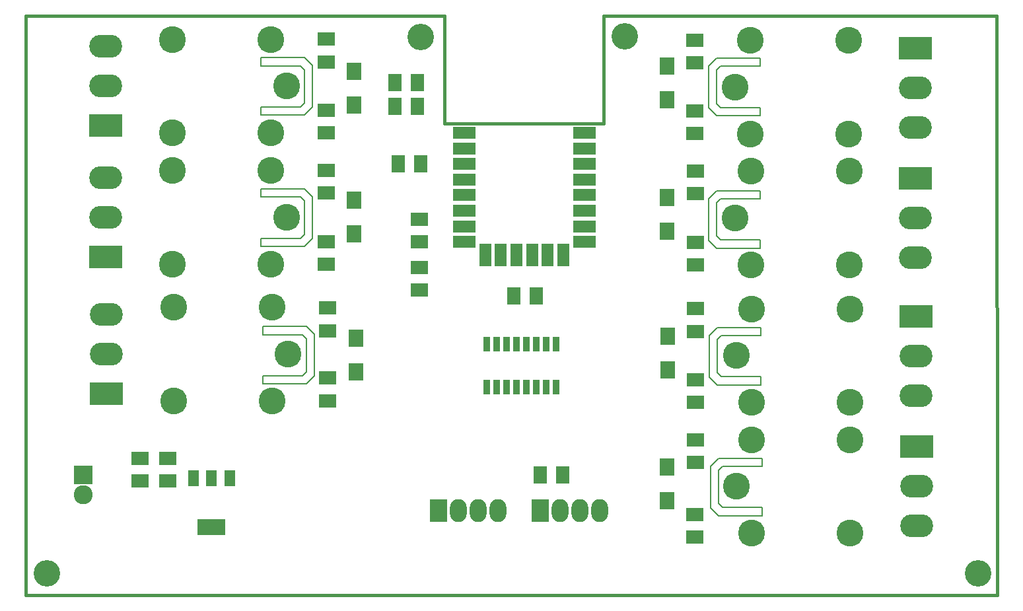
<source format=gbr>
G04 #@! TF.GenerationSoftware,KiCad,Pcbnew,(5.1.6)-1*
G04 #@! TF.CreationDate,2020-06-22T15:28:22+05:30*
G04 #@! TF.ProjectId,ESP8266_RelayBoard,45535038-3236-4365-9f52-656c6179426f,rev?*
G04 #@! TF.SameCoordinates,Original*
G04 #@! TF.FileFunction,Soldermask,Top*
G04 #@! TF.FilePolarity,Negative*
%FSLAX46Y46*%
G04 Gerber Fmt 4.6, Leading zero omitted, Abs format (unit mm)*
G04 Created by KiCad (PCBNEW (5.1.6)-1) date 2020-06-22 15:28:22*
%MOMM*%
%LPD*%
G01*
G04 APERTURE LIST*
G04 #@! TA.AperFunction,Profile*
%ADD10C,0.203200*%
G04 #@! TD*
G04 #@! TA.AperFunction,Profile*
%ADD11C,0.381000*%
G04 #@! TD*
%ADD12C,3.400000*%
%ADD13R,0.910000X1.900000*%
%ADD14R,3.600000X2.150000*%
%ADD15R,1.350000X2.150000*%
%ADD16R,2.900000X1.500000*%
%ADD17R,1.500000X2.900000*%
%ADD18R,1.670000X2.305000*%
%ADD19R,2.305000X1.670000*%
%ADD20R,2.432000X2.432000*%
%ADD21C,2.432000*%
%ADD22O,2.178000X2.940000*%
%ADD23R,2.178000X2.940000*%
%ADD24R,1.924000X2.305000*%
%ADD25C,3.448000*%
%ADD26O,4.210000X2.940000*%
%ADD27R,4.210000X2.940000*%
G04 APERTURE END LIST*
D10*
X160464500Y-88265000D02*
X159448500Y-89281000D01*
X166052500Y-88265000D02*
X160464500Y-88265000D01*
X159448500Y-94615000D02*
X160464500Y-95631000D01*
X159448500Y-89281000D02*
X159448500Y-94615000D01*
X160464500Y-95631000D02*
X166052500Y-95631000D01*
X166052500Y-95631000D02*
X166052500Y-94551500D01*
X160464500Y-89789000D02*
X160972500Y-89281000D01*
X166052500Y-94551500D02*
X160972500Y-94551500D01*
X160464500Y-94043500D02*
X160464500Y-89789000D01*
X160972500Y-89281000D02*
X166052500Y-89281000D01*
X166052500Y-89281000D02*
X166052500Y-88265000D01*
X160972500Y-94551500D02*
X160464500Y-94043500D01*
X160337500Y-71501000D02*
X159321500Y-72517000D01*
X165925500Y-71501000D02*
X160337500Y-71501000D01*
X159321500Y-77851000D02*
X160337500Y-78867000D01*
X159321500Y-72517000D02*
X159321500Y-77851000D01*
X160337500Y-78867000D02*
X165925500Y-78867000D01*
X165925500Y-78867000D02*
X165925500Y-77787500D01*
X160337500Y-73025000D02*
X160845500Y-72517000D01*
X165925500Y-77787500D02*
X160845500Y-77787500D01*
X160337500Y-77279500D02*
X160337500Y-73025000D01*
X160845500Y-72517000D02*
X165925500Y-72517000D01*
X165925500Y-72517000D02*
X165925500Y-71501000D01*
X160845500Y-77787500D02*
X160337500Y-77279500D01*
X160274000Y-53975000D02*
X159258000Y-54991000D01*
X165862000Y-53975000D02*
X160274000Y-53975000D01*
X159258000Y-60325000D02*
X160274000Y-61341000D01*
X159258000Y-54991000D02*
X159258000Y-60325000D01*
X160274000Y-61341000D02*
X165862000Y-61341000D01*
X165862000Y-61341000D02*
X165862000Y-60261500D01*
X160274000Y-55499000D02*
X160782000Y-54991000D01*
X165862000Y-60261500D02*
X160782000Y-60261500D01*
X160274000Y-59753500D02*
X160274000Y-55499000D01*
X160782000Y-54991000D02*
X165862000Y-54991000D01*
X165862000Y-54991000D02*
X165862000Y-53975000D01*
X160782000Y-60261500D02*
X160274000Y-59753500D01*
X160274000Y-37020500D02*
X159258000Y-38036500D01*
X165862000Y-37020500D02*
X160274000Y-37020500D01*
X159258000Y-43370500D02*
X160274000Y-44386500D01*
X159258000Y-38036500D02*
X159258000Y-43370500D01*
X160274000Y-44386500D02*
X165862000Y-44386500D01*
X165862000Y-44386500D02*
X165862000Y-43307000D01*
X160274000Y-38544500D02*
X160782000Y-38036500D01*
X165862000Y-43307000D02*
X160782000Y-43307000D01*
X160274000Y-42799000D02*
X160274000Y-38544500D01*
X160782000Y-38036500D02*
X165862000Y-38036500D01*
X165862000Y-38036500D02*
X165862000Y-37020500D01*
X160782000Y-43307000D02*
X160274000Y-42799000D01*
X107378500Y-61087000D02*
X108394500Y-60071000D01*
X101790500Y-61087000D02*
X107378500Y-61087000D01*
X108394500Y-54737000D02*
X107378500Y-53721000D01*
X108394500Y-60071000D02*
X108394500Y-54737000D01*
X107378500Y-53721000D02*
X101790500Y-53721000D01*
X101790500Y-53721000D02*
X101790500Y-54800500D01*
X107378500Y-59563000D02*
X106870500Y-60071000D01*
X101790500Y-54800500D02*
X106870500Y-54800500D01*
X107378500Y-55308500D02*
X107378500Y-59563000D01*
X106870500Y-60071000D02*
X101790500Y-60071000D01*
X101790500Y-60071000D02*
X101790500Y-61087000D01*
X106870500Y-54800500D02*
X107378500Y-55308500D01*
X107696000Y-78740000D02*
X108712000Y-77724000D01*
X102108000Y-78740000D02*
X107696000Y-78740000D01*
X108712000Y-72390000D02*
X107696000Y-71374000D01*
X108712000Y-77724000D02*
X108712000Y-72390000D01*
X107696000Y-71374000D02*
X102108000Y-71374000D01*
X102108000Y-71374000D02*
X102108000Y-72453500D01*
X107696000Y-77216000D02*
X107188000Y-77724000D01*
X102108000Y-72453500D02*
X107188000Y-72453500D01*
X107696000Y-72961500D02*
X107696000Y-77216000D01*
X107188000Y-77724000D02*
X102108000Y-77724000D01*
X102108000Y-77724000D02*
X102108000Y-78740000D01*
X107188000Y-72453500D02*
X107696000Y-72961500D01*
X107378500Y-44259500D02*
X108394500Y-43243500D01*
X101790500Y-44259500D02*
X107378500Y-44259500D01*
X108394500Y-37909500D02*
X107378500Y-36893500D01*
X108394500Y-43243500D02*
X108394500Y-37909500D01*
X107378500Y-36893500D02*
X101790500Y-36893500D01*
X101790500Y-36893500D02*
X101790500Y-37973000D01*
X107378500Y-42735500D02*
X106870500Y-43243500D01*
X101790500Y-37973000D02*
X106870500Y-37973000D01*
X107378500Y-38481000D02*
X107378500Y-42735500D01*
X106870500Y-43243500D02*
X101790500Y-43243500D01*
X101790500Y-43243500D02*
X101790500Y-44259500D01*
X106870500Y-37973000D02*
X107378500Y-38481000D01*
D11*
X71691500Y-31559500D02*
X125349000Y-31559500D01*
X145732500Y-31559500D02*
X196151500Y-31559500D01*
X125349000Y-45339000D02*
X125349000Y-31559500D01*
X145732500Y-45339000D02*
X145732500Y-31559500D01*
X125349000Y-45339000D02*
X145732500Y-45339000D01*
X71691500Y-105791000D02*
X71691500Y-31559500D01*
X196215000Y-105791000D02*
X71691500Y-105791000D01*
X196151500Y-31559500D02*
X196215000Y-105791000D01*
D12*
X74358500Y-103060500D03*
D13*
X132080000Y-79160000D03*
X134620000Y-79160000D03*
X137160000Y-79160000D03*
X130810000Y-79160000D03*
X133350000Y-79160000D03*
X135890000Y-79160000D03*
X138430000Y-79160000D03*
X139700000Y-79160000D03*
X135890000Y-73660000D03*
X133350000Y-73660000D03*
X130810000Y-73660000D03*
X132080000Y-73660000D03*
X134620000Y-73660000D03*
X137160000Y-73660000D03*
X138430000Y-73660000D03*
X139700000Y-73660000D03*
D14*
X95504000Y-97130000D03*
D15*
X93204000Y-90830000D03*
X95504000Y-90830000D03*
X97804000Y-90830000D03*
D16*
X127887500Y-46545500D03*
X127887500Y-48545500D03*
X127887500Y-50545500D03*
X127887500Y-52545500D03*
X127887500Y-54545500D03*
X127887500Y-56545500D03*
X127887500Y-58545500D03*
X127887500Y-60545500D03*
X143287500Y-60545500D03*
X143287500Y-58545500D03*
X143287500Y-56545500D03*
X143287500Y-54545500D03*
X143287500Y-52545500D03*
X143287500Y-50545500D03*
X143287500Y-48545500D03*
X143287500Y-46545500D03*
D17*
X130577500Y-62245500D03*
X132577500Y-62245500D03*
X134577500Y-62245500D03*
X136577500Y-62245500D03*
X138577500Y-62245500D03*
X140577500Y-62245500D03*
D18*
X140515000Y-90424000D03*
X137615000Y-90424000D03*
X137149500Y-67500500D03*
X134249500Y-67500500D03*
X122341300Y-50558700D03*
X119441300Y-50558700D03*
X119020000Y-43180000D03*
X121920000Y-43180000D03*
D19*
X157416500Y-46651500D03*
X157416500Y-43751500D03*
X157543500Y-63466300D03*
X157543500Y-60566300D03*
X157505400Y-81114900D03*
X157505400Y-78214900D03*
X157480000Y-98351000D03*
X157480000Y-95451000D03*
X110363000Y-71922300D03*
X110363000Y-69022300D03*
X110172500Y-51367100D03*
X110172500Y-54267100D03*
X110172500Y-34554500D03*
X110172500Y-37454500D03*
D12*
X122301000Y-34290000D03*
X193738500Y-102997000D03*
X148463000Y-34163000D03*
D19*
X157416500Y-34709100D03*
X157416500Y-37609100D03*
X157543500Y-51443300D03*
X157543500Y-54343300D03*
X157505400Y-69100700D03*
X157505400Y-72000700D03*
X157518100Y-85890100D03*
X157518100Y-88790100D03*
X110363000Y-77988500D03*
X110363000Y-80888500D03*
X110172500Y-63438700D03*
X110172500Y-60538700D03*
X110172500Y-46549900D03*
X110172500Y-43649900D03*
D20*
X79057500Y-90424000D03*
D21*
X79057500Y-92964000D03*
D22*
X145288000Y-94996000D03*
X142748000Y-94996000D03*
X140208000Y-94996000D03*
D23*
X137668000Y-94996000D03*
D22*
X132207000Y-94996000D03*
X129667000Y-94996000D03*
X127127000Y-94996000D03*
D23*
X124587000Y-94996000D03*
D24*
X153885900Y-42303700D03*
X153885900Y-38003700D03*
X153911300Y-59185700D03*
X153911300Y-54885700D03*
X153936700Y-76923900D03*
X153936700Y-72623900D03*
X153924000Y-93717000D03*
X153924000Y-89417000D03*
X114046000Y-77216000D03*
X114046000Y-72916000D03*
X113792000Y-55224900D03*
X113792000Y-59524900D03*
X113779300Y-38680500D03*
X113779300Y-42980500D03*
D18*
X121920000Y-40132000D03*
X119020000Y-40132000D03*
D19*
X122110500Y-60515500D03*
X122110500Y-57615500D03*
X122174000Y-63828000D03*
X122174000Y-66728000D03*
X86360000Y-88286000D03*
X86360000Y-91186000D03*
X89916000Y-88286000D03*
X89916000Y-91186000D03*
D25*
X177174500Y-46703500D03*
X177174500Y-34703500D03*
X164569500Y-46703500D03*
X164569500Y-34703500D03*
X162569500Y-40703500D03*
X177228500Y-63467500D03*
X177228500Y-51467500D03*
X164623500Y-63467500D03*
X164623500Y-51467500D03*
X162623500Y-57467500D03*
X177355500Y-81120500D03*
X177355500Y-69120500D03*
X164750500Y-81120500D03*
X164750500Y-69120500D03*
X162750500Y-75120500D03*
X177355500Y-97884500D03*
X177355500Y-85884500D03*
X164750500Y-97884500D03*
X164750500Y-85884500D03*
X162750500Y-91884500D03*
X105270300Y-74942700D03*
X103270300Y-80942700D03*
X103270300Y-68942700D03*
X90665300Y-80942700D03*
X90665300Y-68942700D03*
X105117900Y-57416700D03*
X103117900Y-63416700D03*
X103117900Y-51416700D03*
X90512900Y-63416700D03*
X90512900Y-51416700D03*
X105092500Y-40576500D03*
X103092500Y-46576500D03*
X103092500Y-34576500D03*
X90487500Y-46576500D03*
X90487500Y-34576500D03*
D26*
X81902300Y-35420300D03*
X81902300Y-40500300D03*
D27*
X81902300Y-45580300D03*
X81953100Y-62496700D03*
D26*
X81953100Y-57416700D03*
X81953100Y-52336700D03*
D27*
X82003900Y-80022700D03*
D26*
X82003900Y-74942700D03*
X82003900Y-69862700D03*
D27*
X185864500Y-86741000D03*
D26*
X185864500Y-91821000D03*
X185864500Y-96901000D03*
X185788300Y-80225900D03*
X185788300Y-75145900D03*
D27*
X185788300Y-70065900D03*
X185686700Y-52387500D03*
D26*
X185686700Y-57467500D03*
X185686700Y-62547500D03*
D27*
X185686700Y-35674300D03*
D26*
X185686700Y-40754300D03*
X185686700Y-45834300D03*
M02*

</source>
